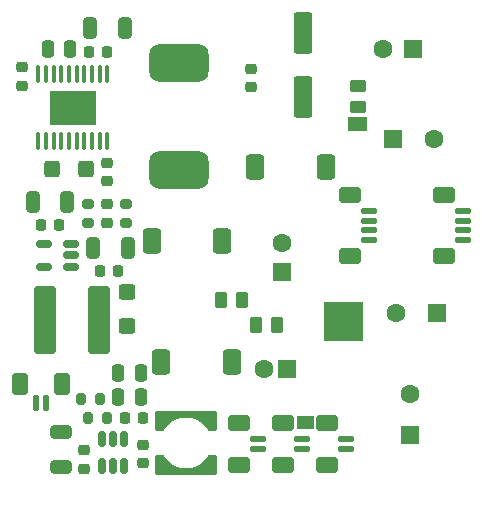
<source format=gbr>
%TF.GenerationSoftware,KiCad,Pcbnew,8.0.3*%
%TF.CreationDate,2024-07-17T18:17:56+02:00*%
%TF.ProjectId,CleanLVSupply,436c6561-6e4c-4565-9375-70706c792e6b,rev?*%
%TF.SameCoordinates,Original*%
%TF.FileFunction,Soldermask,Top*%
%TF.FilePolarity,Negative*%
%FSLAX46Y46*%
G04 Gerber Fmt 4.6, Leading zero omitted, Abs format (unit mm)*
G04 Created by KiCad (PCBNEW 8.0.3) date 2024-07-17 18:17:56*
%MOMM*%
%LPD*%
G01*
G04 APERTURE LIST*
G04 Aperture macros list*
%AMRoundRect*
0 Rectangle with rounded corners*
0 $1 Rounding radius*
0 $2 $3 $4 $5 $6 $7 $8 $9 X,Y pos of 4 corners*
0 Add a 4 corners polygon primitive as box body*
4,1,4,$2,$3,$4,$5,$6,$7,$8,$9,$2,$3,0*
0 Add four circle primitives for the rounded corners*
1,1,$1+$1,$2,$3*
1,1,$1+$1,$4,$5*
1,1,$1+$1,$6,$7*
1,1,$1+$1,$8,$9*
0 Add four rect primitives between the rounded corners*
20,1,$1+$1,$2,$3,$4,$5,0*
20,1,$1+$1,$4,$5,$6,$7,0*
20,1,$1+$1,$6,$7,$8,$9,0*
20,1,$1+$1,$8,$9,$2,$3,0*%
%AMFreePoly0*
4,1,45,1.289454,2.598348,1.362356,2.568151,1.418152,2.512354,1.448348,2.439452,1.450000,2.399998,1.450000,1.899998,1.322087,1.829913,1.084748,1.660379,0.872545,1.460277,0.689384,1.233290,0.538637,0.983598,0.423079,0.715797,0.344837,0.434817,0.305353,0.145833,0.305353,-0.145837,0.344837,-0.434821,0.423079,-0.715801,0.538637,-0.983602,0.689384,-1.233294,0.872545,-1.460281,
1.084748,-1.660383,1.322087,-1.829917,1.450000,-1.900002,1.450000,-2.400002,1.448080,-2.439402,1.417924,-2.512205,1.362203,-2.567925,1.289400,-2.598080,1.250000,-2.600002,-0.050000,-2.600002,-0.050102,-2.599997,-0.125000,-2.599997,-0.172835,-2.590482,-0.213388,-2.563385,-0.240485,-2.522832,-0.250000,-2.474997,-0.250000,2.474997,-0.240485,2.522832,-0.213388,2.563385,-0.172835,2.590482,
-0.125000,2.599997,-0.050020,2.599997,-0.050000,2.599998,1.250000,2.599998,1.289454,2.598348,1.289454,2.598348,$1*%
G04 Aperture macros list end*
%ADD10C,0.100000*%
%ADD11RoundRect,0.250000X-0.325000X-0.650000X0.325000X-0.650000X0.325000X0.650000X-0.325000X0.650000X0*%
%ADD12RoundRect,0.400000X-0.400000X-0.700000X0.400000X-0.700000X0.400000X0.700000X-0.400000X0.700000X0*%
%ADD13RoundRect,0.200000X-0.275000X0.200000X-0.275000X-0.200000X0.275000X-0.200000X0.275000X0.200000X0*%
%ADD14RoundRect,0.150000X-0.150000X0.512500X-0.150000X-0.512500X0.150000X-0.512500X0.150000X0.512500X0*%
%ADD15RoundRect,0.250000X0.250000X0.475000X-0.250000X0.475000X-0.250000X-0.475000X0.250000X-0.475000X0*%
%ADD16RoundRect,0.250000X-0.550000X1.500000X-0.550000X-1.500000X0.550000X-1.500000X0.550000X1.500000X0*%
%ADD17FreePoly0,90.000000*%
%ADD18FreePoly0,270.000000*%
%ADD19RoundRect,0.125000X-0.525000X0.125000X-0.525000X-0.125000X0.525000X-0.125000X0.525000X0.125000X0*%
%ADD20RoundRect,0.350000X-0.600000X0.350000X-0.600000X-0.350000X0.600000X-0.350000X0.600000X0.350000X0*%
%ADD21RoundRect,0.225000X-0.250000X0.225000X-0.250000X-0.225000X0.250000X-0.225000X0.250000X0.225000X0*%
%ADD22RoundRect,0.125000X0.125000X0.525000X-0.125000X0.525000X-0.125000X-0.525000X0.125000X-0.525000X0*%
%ADD23RoundRect,0.350000X0.350000X0.600000X-0.350000X0.600000X-0.350000X-0.600000X0.350000X-0.600000X0*%
%ADD24RoundRect,0.180000X-0.720000X-2.670000X0.720000X-2.670000X0.720000X2.670000X-0.720000X2.670000X0*%
%ADD25RoundRect,0.200000X-0.200000X-0.275000X0.200000X-0.275000X0.200000X0.275000X-0.200000X0.275000X0*%
%ADD26RoundRect,0.225000X0.225000X0.250000X-0.225000X0.250000X-0.225000X-0.250000X0.225000X-0.250000X0*%
%ADD27RoundRect,0.225000X-0.225000X-0.250000X0.225000X-0.250000X0.225000X0.250000X-0.225000X0.250000X0*%
%ADD28RoundRect,0.250000X0.325000X0.650000X-0.325000X0.650000X-0.325000X-0.650000X0.325000X-0.650000X0*%
%ADD29RoundRect,0.100000X-0.100000X0.637500X-0.100000X-0.637500X0.100000X-0.637500X0.100000X0.637500X0*%
%ADD30R,4.000000X2.850000*%
%ADD31RoundRect,0.150000X0.512500X0.150000X-0.512500X0.150000X-0.512500X-0.150000X0.512500X-0.150000X0*%
%ADD32RoundRect,0.250000X-0.262500X-0.450000X0.262500X-0.450000X0.262500X0.450000X-0.262500X0.450000X0*%
%ADD33RoundRect,0.225000X0.250000X-0.225000X0.250000X0.225000X-0.250000X0.225000X-0.250000X-0.225000X0*%
%ADD34R,1.600000X1.600000*%
%ADD35C,1.600000*%
%ADD36RoundRect,0.793750X1.706250X-0.793750X1.706250X0.793750X-1.706250X0.793750X-1.706250X-0.793750X0*%
%ADD37RoundRect,0.250000X0.400000X0.450000X-0.400000X0.450000X-0.400000X-0.450000X0.400000X-0.450000X0*%
%ADD38RoundRect,0.250000X-0.450000X0.262500X-0.450000X-0.262500X0.450000X-0.262500X0.450000X0.262500X0*%
%ADD39RoundRect,0.250000X0.650000X-0.325000X0.650000X0.325000X-0.650000X0.325000X-0.650000X-0.325000X0*%
%ADD40RoundRect,0.200000X0.200000X0.275000X-0.200000X0.275000X-0.200000X-0.275000X0.200000X-0.275000X0*%
%ADD41RoundRect,0.200000X0.275000X-0.200000X0.275000X0.200000X-0.275000X0.200000X-0.275000X-0.200000X0*%
%ADD42RoundRect,0.250000X-0.450000X0.400000X-0.450000X-0.400000X0.450000X-0.400000X0.450000X0.400000X0*%
G04 APERTURE END LIST*
D10*
X159200000Y-89200000D02*
X160700000Y-89200000D01*
X160700000Y-90300000D01*
X159200000Y-90300000D01*
X159200000Y-89200000D01*
G36*
X159200000Y-89200000D02*
G01*
X160700000Y-89200000D01*
X160700000Y-90300000D01*
X159200000Y-90300000D01*
X159200000Y-89200000D01*
G37*
X157200000Y-104900000D02*
X160400000Y-104900000D01*
X160400000Y-108100000D01*
X157200000Y-108100000D01*
X157200000Y-104900000D01*
G36*
X157200000Y-104900000D02*
G01*
X160400000Y-104900000D01*
X160400000Y-108100000D01*
X157200000Y-108100000D01*
X157200000Y-104900000D01*
G37*
X154900000Y-114500000D02*
X156200000Y-114500000D01*
X156200000Y-115600000D01*
X154900000Y-115600000D01*
X154900000Y-114500000D01*
G36*
X154900000Y-114500000D02*
G01*
X156200000Y-114500000D01*
X156200000Y-115600000D01*
X154900000Y-115600000D01*
X154900000Y-114500000D01*
G37*
D11*
%TO.C,C21*%
X132487500Y-96400000D03*
X135437500Y-96400000D03*
%TD*%
D12*
%TO.C,L6*%
X143400000Y-110000000D03*
X149400000Y-110000000D03*
%TD*%
D13*
%TO.C,R9*%
X140362500Y-96575000D03*
X140362500Y-98225000D03*
%TD*%
D12*
%TO.C,L4*%
X142562500Y-99700000D03*
X148562500Y-99700000D03*
%TD*%
D14*
%TO.C,U5*%
X140250000Y-116497500D03*
X139300000Y-116497500D03*
X138350000Y-116497500D03*
X138350000Y-118772500D03*
X139300000Y-118772500D03*
X140250000Y-118772500D03*
%TD*%
D15*
%TO.C,C5*%
X135650000Y-83500000D03*
X133750000Y-83500000D03*
%TD*%
D16*
%TO.C,C7*%
X155400000Y-82100000D03*
X155400000Y-87500000D03*
%TD*%
D17*
%TO.C,L5*%
X145500000Y-119285000D03*
D18*
X145500000Y-114385000D03*
%TD*%
D19*
%TO.C,J3*%
X155300000Y-117300000D03*
X155300000Y-116500000D03*
D20*
X153700000Y-115100000D03*
X153700000Y-118700000D03*
%TD*%
D21*
%TO.C,C31*%
X141800000Y-116960000D03*
X141800000Y-118510000D03*
%TD*%
%TO.C,C2*%
X138800000Y-93125000D03*
X138800000Y-94675000D03*
%TD*%
D22*
%TO.C,J1*%
X132800000Y-113400000D03*
X133600000Y-113400000D03*
D23*
X135000000Y-111800000D03*
X131400000Y-111800000D03*
%TD*%
D11*
%TO.C,C3*%
X137325000Y-81700000D03*
X140275000Y-81700000D03*
%TD*%
D24*
%TO.C,L3*%
X133500000Y-106400000D03*
X138100000Y-106400000D03*
%TD*%
D25*
%TO.C,R13*%
X137175000Y-114735000D03*
X138825000Y-114735000D03*
%TD*%
D26*
%TO.C,C23*%
X139737500Y-102300000D03*
X138187500Y-102300000D03*
%TD*%
D19*
%TO.C,J2*%
X159000000Y-117300000D03*
X159000000Y-116500000D03*
D20*
X157400000Y-115100000D03*
X157400000Y-118700000D03*
%TD*%
D12*
%TO.C,L2*%
X151300000Y-93457500D03*
X157300000Y-93457500D03*
%TD*%
D19*
%TO.C,J6*%
X161000000Y-99600000D03*
X161000000Y-98800000D03*
X161000000Y-98000000D03*
X161000000Y-97200000D03*
D20*
X159400000Y-95800000D03*
X159400000Y-101000000D03*
%TD*%
D27*
%TO.C,C4*%
X137225000Y-83700000D03*
X138775000Y-83700000D03*
%TD*%
D28*
%TO.C,C24*%
X140537500Y-100300000D03*
X137587500Y-100300000D03*
%TD*%
D21*
%TO.C,C6*%
X151000000Y-85125000D03*
X151000000Y-86675000D03*
%TD*%
D29*
%TO.C,U1*%
X138825000Y-85575000D03*
X138175000Y-85575000D03*
X137525000Y-85575000D03*
X136875000Y-85575000D03*
X136225000Y-85575000D03*
X135575000Y-85575000D03*
X134925000Y-85575000D03*
X134275000Y-85575000D03*
X133625000Y-85575000D03*
X132975000Y-85575000D03*
X132975000Y-91300000D03*
X133625000Y-91300000D03*
X134275000Y-91300000D03*
X134925000Y-91300000D03*
X135575000Y-91300000D03*
X136225000Y-91300000D03*
X136875000Y-91300000D03*
X137525000Y-91300000D03*
X138175000Y-91300000D03*
X138825000Y-91300000D03*
D30*
X135900000Y-88437500D03*
%TD*%
D31*
%TO.C,U3*%
X135700000Y-101900000D03*
X135700000Y-100950000D03*
X135700000Y-100000000D03*
X133425000Y-100000000D03*
X133425000Y-101900000D03*
%TD*%
D32*
%TO.C,R14*%
X151387500Y-106800000D03*
X153212500Y-106800000D03*
%TD*%
D33*
%TO.C,C33*%
X136800000Y-119010000D03*
X136800000Y-117460000D03*
%TD*%
D34*
%TO.C,C18*%
X163000000Y-91100000D03*
D35*
X166500000Y-91100000D03*
%TD*%
D19*
%TO.C,J5*%
X168900000Y-99600000D03*
X168900000Y-98800000D03*
X168900000Y-98000000D03*
X168900000Y-97200000D03*
D20*
X167300000Y-95800000D03*
X167300000Y-101000000D03*
%TD*%
D36*
%TO.C,L1*%
X144900000Y-93708500D03*
X144900000Y-84691500D03*
%TD*%
D37*
%TO.C,D1*%
X137050000Y-93600000D03*
X134150000Y-93600000D03*
%TD*%
D38*
%TO.C,R7*%
X160000000Y-86587500D03*
X160000000Y-88412500D03*
%TD*%
D26*
%TO.C,C34*%
X141875000Y-114735000D03*
X140325000Y-114735000D03*
%TD*%
D39*
%TO.C,C32*%
X134900000Y-118875000D03*
X134900000Y-115925000D03*
%TD*%
D40*
%TO.C,R12*%
X138225000Y-113135000D03*
X136575000Y-113135000D03*
%TD*%
D15*
%TO.C,C36*%
X141650000Y-110935000D03*
X139750000Y-110935000D03*
%TD*%
D41*
%TO.C,R11*%
X137162500Y-98225000D03*
X137162500Y-96575000D03*
%TD*%
D15*
%TO.C,C35*%
X141650000Y-112935000D03*
X139750000Y-112935000D03*
%TD*%
D34*
%TO.C,C40*%
X164400000Y-116152651D03*
D35*
X164400000Y-112652651D03*
%TD*%
D34*
%TO.C,C41*%
X154055113Y-110600000D03*
D35*
X152055113Y-110600000D03*
%TD*%
D42*
%TO.C,D2*%
X140462500Y-104050000D03*
X140462500Y-106950000D03*
%TD*%
D34*
%TO.C,C14*%
X164682380Y-83500000D03*
D35*
X162182380Y-83500000D03*
%TD*%
D27*
%TO.C,C22*%
X133187500Y-98400000D03*
X134737500Y-98400000D03*
%TD*%
D34*
%TO.C,C29*%
X153600000Y-102382380D03*
D35*
X153600000Y-99882380D03*
%TD*%
D34*
%TO.C,C28*%
X166752651Y-105800000D03*
D35*
X163252651Y-105800000D03*
%TD*%
D21*
%TO.C,C10*%
X131600000Y-85025000D03*
X131600000Y-86575000D03*
%TD*%
D32*
%TO.C,R10*%
X148400000Y-104700000D03*
X150225000Y-104700000D03*
%TD*%
D19*
%TO.C,J4*%
X151600000Y-117300000D03*
X151600000Y-116500000D03*
D20*
X150000000Y-115100000D03*
X150000000Y-118700000D03*
%TD*%
D21*
%TO.C,C20*%
X138762500Y-96625000D03*
X138762500Y-98175000D03*
%TD*%
M02*

</source>
